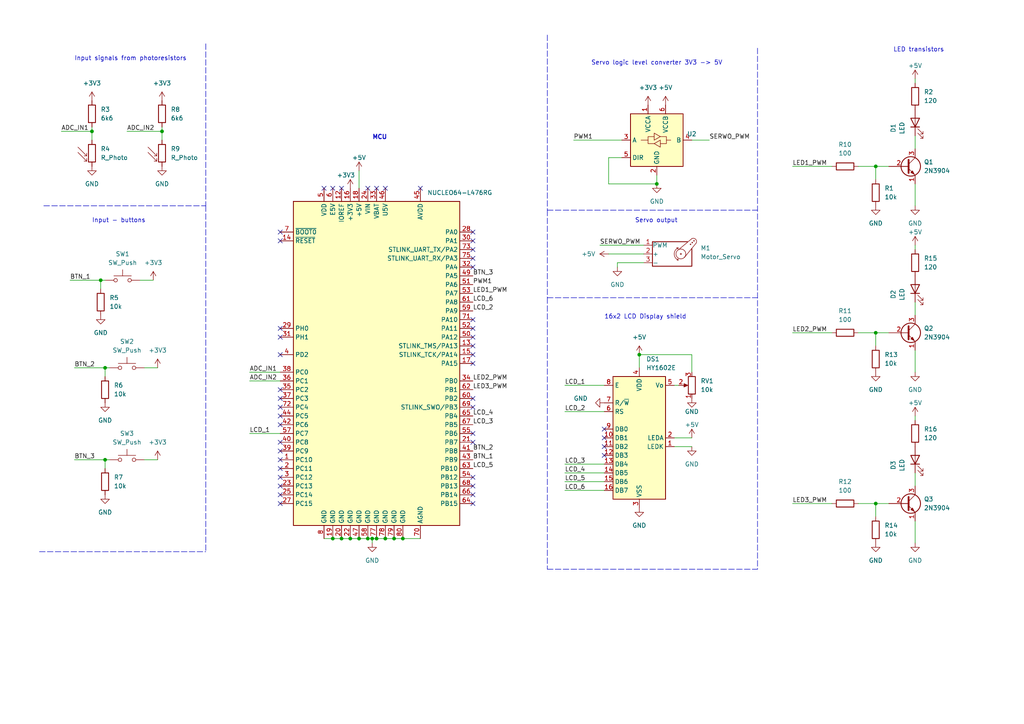
<source format=kicad_sch>
(kicad_sch (version 20211123) (generator eeschema)
  (paper "A4")
  (title_block (title "Light follower") (date "2022-02-06") (rev "A") (comment 1 "as on Nucleo STM32L476RG board") (comment 2 "All terminals flagged 'not connected' are connected, by default") (comment 4 "https://github.com/iwajski/SMlab-light-follower"))
  (lib_symbols
    (symbol "Device:LED" (pin_numbers hide) (pin_names (offset 1.016) hide)
      (property "Reference" "D" (at 0 2.54 0))
      (property "Value" "LED" (at 0 -2.54 0))
      (symbol "LED_0_1"
        (polyline (pts (xy -1.27 -1.27) (xy -1.27 1.27)) (stroke (width 0.254)))
        (polyline (pts (xy -1.27 0) (xy 1.27 0)))
        (polyline (pts (xy 1.27 -1.27) (xy 1.27 1.27) (xy -1.27 0) (xy 1.27 -1.27)) (stroke (width 0.254)))
        (polyline (pts (xy -3.048 -0.762) (xy -4.572 -2.286) (xy -3.81 -2.286) (xy -4.572 -2.286) (xy -4.572 -1.524)))
        (polyline (pts (xy -1.778 -0.762) (xy -3.302 -2.286) (xy -2.54 -2.286) (xy -3.302 -2.286) (xy -3.302 -1.524)))
      )
      (symbol "LED_1_1"
        (pin passive line (at -3.81 0 0) (length 2.54) (name "K") (number "1"))
        (pin passive line (at 3.81 0 180) (length 2.54) (name "A") (number "2"))
      )
    )
    (symbol "Device:R" (pin_numbers hide) (pin_names (offset 0))
      (property "Reference" "R" (at 2.032 0 90))
      (property "Value" "R" (at 0 0 90))
      (symbol "R_0_1"
        (rectangle (start -1.016 -2.54) (end 1.016 2.54) (stroke (width 0.254)))
      )
      (symbol "R_1_1"
        (pin passive line (at 0 3.81 270) (length 1.27) (name "~") (number "1"))
        (pin passive line (at 0 -3.81 90) (length 1.27) (name "~") (number "2"))
      )
    )
    (symbol "Device:R_Photo" (pin_numbers hide) (pin_names (offset 0))
      (property "Reference" "R" (at 1.27 1.27 0))
      (property "Value" "R_Photo" (at 1.27 0 0))
      (symbol "R_Photo_0_1"
        (rectangle (start -1.016 2.54) (end 1.016 -2.54) (stroke (width 0.254)))
        (polyline (pts (xy -1.524 -2.286) (xy -4.064 0.254)))
        (polyline (pts (xy -1.524 -2.286) (xy -2.286 -2.286)))
        (polyline (pts (xy -1.524 -2.286) (xy -1.524 -1.524)))
        (polyline (pts (xy -1.524 -0.762) (xy -4.064 1.778)))
        (polyline (pts (xy -1.524 -0.762) (xy -2.286 -0.762)))
        (polyline (pts (xy -1.524 -0.762) (xy -1.524 0)))
      )
      (symbol "R_Photo_1_1"
        (pin passive line (at 0 3.81 270) (length 1.27) (name "~") (number "1"))
        (pin passive line (at 0 -3.81 90) (length 1.27) (name "~") (number "2"))
      )
    )
    (symbol "Device:R_Potentiometer" (pin_names (offset 1.016) hide)
      (property "Reference" "RV" (at -4.445 0 90))
      (property "Value" "R_Potentiometer" (at -2.54 0 90))
      (symbol "R_Potentiometer_0_1"
        (polyline (pts (xy 2.54 0) (xy 1.524 0)))
        (polyline (pts (xy 1.143 0) (xy 2.286 0.508) (xy 2.286 -0.508) (xy 1.143 0)) (fill (type outline)))
        (rectangle (start 1.016 2.54) (end -1.016 -2.54) (stroke (width 0.254)))
      )
      (symbol "R_Potentiometer_1_1"
        (pin passive line (at 0 3.81 270) (length 1.27) (name "1") (number "1"))
        (pin passive line (at 3.81 0 180) (length 1.27) (name "2") (number "2"))
        (pin passive line (at 0 -3.81 90) (length 1.27) (name "3") (number "3"))
      )
    )
    (symbol "Display_Character:HY1602E"
      (property "Reference" "DS" (at -6.096 19.05 0))
      (property "Value" "HY1602E" (at 5.08 19.05 0))
      (symbol "HY1602E_0_1"
        (rectangle (start -7.62 17.78) (end 7.62 -17.78) (stroke (width 0.254)) (fill (type background)))
      )
      (symbol "HY1602E_1_1"
        (pin passive line (at 10.16 -2.54 180) (length 2.54) (name "LEDK") (number "1"))
        (pin bidirectional line (at -10.16 0 0) (length 2.54) (name "DB1") (number "10"))
        (pin bidirectional line (at -10.16 -2.54 0) (length 2.54) (name "DB2") (number "11"))
        (pin bidirectional line (at -10.16 -5.08 0) (length 2.54) (name "DB3") (number "12"))
        (pin bidirectional line (at -10.16 -7.62 0) (length 2.54) (name "DB4") (number "13"))
        (pin bidirectional line (at -10.16 -10.16 0) (length 2.54) (name "DB5") (number "14"))
        (pin bidirectional line (at -10.16 -12.7 0) (length 2.54) (name "DB6") (number "15"))
        (pin bidirectional line (at -10.16 -15.24 0) (length 2.54) (name "DB7") (number "16"))
        (pin passive line (at 10.16 0 180) (length 2.54) (name "LEDA") (number "2"))
        (pin power_in line (at 0 -20.32 90) (length 2.54) (name "VSS") (number "3"))
        (pin power_in line (at 0 20.32 270) (length 2.54) (name "VDD") (number "4"))
        (pin input line (at 10.16 15.24 180) (length 2.54) (name "Vo") (number "5"))
        (pin input line (at -10.16 7.62 0) (length 2.54) (name "RS") (number "6"))
        (pin input line (at -10.16 10.16 0) (length 2.54) (name "R/~{W}") (number "7"))
        (pin input line (at -10.16 15.24 0) (length 2.54) (name "E") (number "8"))
        (pin bidirectional line (at -10.16 2.54 0) (length 2.54) (name "DB0") (number "9"))
      )
    )
    (symbol "Logic_LevelTranslator:SN74LVC1T45DBV"
      (property "Reference" "U" (at -6.35 8.89 0))
      (property "Value" "SN74LVC1T45DBV" (at 3.81 8.89 0))
      (symbol "SN74LVC1T45DBV_0_1"
        (rectangle (start -7.62 7.62) (end 7.62 -7.62) (stroke (width 0.254)) (fill (type background)))
        (polyline (pts (xy -2.54 0) (xy -2.54 1.016) (xy -0.762 1.016)))
        (polyline (pts (xy 2.794 0) (xy 2.794 -1.016) (xy 1.016 -1.016)))
        (polyline (pts (xy -0.762 -1.016) (xy -2.54 -1.016) (xy -2.54 0) (xy -4.572 0)))
        (polyline (pts (xy -0.762 0) (xy -0.762 2.032) (xy 1.016 1.016) (xy -0.762 0)))
        (polyline (pts (xy 1.016 1.016) (xy 2.794 1.016) (xy 2.794 0) (xy 4.064 0)))
        (polyline (pts (xy 1.016 0) (xy 1.016 -1.778) (xy 1.016 -2.032) (xy -0.762 -1.016) (xy 1.016 0)))
      )
      (symbol "SN74LVC1T45DBV_1_1"
        (pin power_in line (at -2.54 10.16 270) (length 2.54) (name "VCCA") (number "1"))
        (pin power_in line (at 0 -10.16 90) (length 2.54) (name "GND") (number "2"))
        (pin bidirectional line (at -10.16 0 0) (length 2.54) (name "A") (number "3"))
        (pin bidirectional line (at 10.16 0 180) (length 2.54) (name "B") (number "4"))
        (pin input line (at -10.16 -5.08 0) (length 2.54) (name "DIR") (number "5"))
        (pin power_in line (at 2.54 10.16 270) (length 2.54) (name "VCCB") (number "6"))
      )
    )
    (symbol "MCU_Module:NUCLEO64-F411RE"
      (property "Reference" "U" (at -17.78 50.165 0))
      (property "Value" "NUCLEO64-F411RE" (at -17.78 48.26 0))
      (symbol "NUCLEO64-F411RE_0_1"
        (rectangle (start -24.13 -46.99) (end 24.13 46.99) (stroke (width 0.254)) (fill (type background)))
      )
      (symbol "NUCLEO64-F411RE_1_1"
        (pin bidirectional line (at -27.94 -27.94 0) (length 3.81) (name "PC10") (number "1"))
        (pin no_connect line (at -27.94 20.32 0) (length 3.81) hide (name "NC") (number "10"))
        (pin no_connect line (at -27.94 15.24 0) (length 3.81) hide (name "NC") (number "11"))
        (pin power_in line (at -10.16 50.8 270) (length 3.81) (name "IOREF") (number "12"))
        (pin bidirectional line (at 27.94 5.08 180) (length 3.81) (name "STLINK_TMS/PA13") (number "13"))
        (pin input line (at -27.94 35.56 0) (length 3.81) (name "~{RESET}") (number "14"))
        (pin bidirectional line (at 27.94 2.54 180) (length 3.81) (name "STLINK_TCK/PA14") (number "15"))
        (pin power_in line (at -7.62 50.8 270) (length 3.81) (name "+3V3") (number "16"))
        (pin bidirectional line (at 27.94 0 180) (length 3.81) (name "PA15") (number "17"))
        (pin power_in line (at -5.08 50.8 270) (length 3.81) (name "+5V") (number "18"))
        (pin power_in line (at -12.7 -50.8 90) (length 3.81) (name "GND") (number "19"))
        (pin bidirectional line (at -27.94 -30.48 0) (length 3.81) (name "PC11") (number "2"))
        (pin power_in line (at -10.16 -50.8 90) (length 3.81) (name "GND") (number "20"))
        (pin bidirectional line (at 27.94 -22.86 180) (length 3.81) (name "PB7") (number "21"))
        (pin power_in line (at -7.62 -50.8 90) (length 3.81) (name "GND") (number "22"))
        (pin bidirectional line (at -27.94 -35.56 0) (length 3.81) (name "PC13") (number "23"))
        (pin power_in line (at -2.54 50.8 270) (length 3.81) (name "VIN") (number "24"))
        (pin bidirectional line (at -27.94 -38.1 0) (length 3.81) (name "PC14") (number "25"))
        (pin no_connect line (at -27.94 22.86 0) (length 3.81) hide (name "NC") (number "26"))
        (pin bidirectional line (at -27.94 -40.64 0) (length 3.81) (name "PC15") (number "27"))
        (pin bidirectional line (at 27.94 38.1 180) (length 3.81) (name "PA0") (number "28"))
        (pin bidirectional line (at -27.94 10.16 0) (length 3.81) (name "PH0") (number "29"))
        (pin bidirectional line (at -27.94 -33.02 0) (length 3.81) (name "PC12") (number "3"))
        (pin bidirectional line (at 27.94 35.56 180) (length 3.81) (name "PA1") (number "30"))
        (pin bidirectional line (at -27.94 7.62 0) (length 3.81) (name "PH1") (number "31"))
        (pin bidirectional line (at 27.94 27.94 180) (length 3.81) (name "PA4") (number "32"))
        (pin power_in line (at 0 50.8 270) (length 3.81) (name "VBAT") (number "33"))
        (pin bidirectional line (at 27.94 -5.08 180) (length 3.81) (name "PB0") (number "34"))
        (pin bidirectional line (at -27.94 -7.62 0) (length 3.81) (name "PC2") (number "35"))
        (pin bidirectional line (at -27.94 -5.08 0) (length 3.81) (name "PC1") (number "36"))
        (pin bidirectional line (at -27.94 -10.16 0) (length 3.81) (name "PC3") (number "37"))
        (pin bidirectional line (at -27.94 -2.54 0) (length 3.81) (name "PC0") (number "38"))
        (pin bidirectional line (at -27.94 -25.4 0) (length 3.81) (name "PC9") (number "39"))
        (pin bidirectional line (at -27.94 2.54 0) (length 3.81) (name "PD2") (number "4"))
        (pin bidirectional line (at -27.94 -22.86 0) (length 3.81) (name "PC8") (number "40"))
        (pin bidirectional line (at 27.94 -25.4 180) (length 3.81) (name "PB8") (number "41"))
        (pin bidirectional line (at -27.94 -17.78 0) (length 3.81) (name "PC6") (number "42"))
        (pin bidirectional line (at 27.94 -27.94 180) (length 3.81) (name "PB9") (number "43"))
        (pin bidirectional line (at -27.94 -15.24 0) (length 3.81) (name "PC5") (number "44"))
        (pin power_in line (at 12.7 50.8 270) (length 3.81) (name "AVDD") (number "45"))
        (pin power_in line (at 2.54 50.8 270) (length 3.81) (name "U5V") (number "46"))
        (pin power_in line (at -5.08 -50.8 90) (length 3.81) (name "GND") (number "47"))
        (pin no_connect line (at -27.94 25.4 0) (length 3.81) hide (name "NC") (number "48"))
        (pin bidirectional line (at 27.94 25.4 180) (length 3.81) (name "PA5") (number "49"))
        (pin power_in line (at -15.24 50.8 270) (length 3.81) (name "VDD") (number "5"))
        (pin bidirectional line (at 27.94 7.62 180) (length 3.81) (name "PA12") (number "50"))
        (pin bidirectional line (at 27.94 22.86 180) (length 3.81) (name "PA6") (number "51"))
        (pin bidirectional line (at 27.94 10.16 180) (length 3.81) (name "PA11") (number "52"))
        (pin bidirectional line (at 27.94 20.32 180) (length 3.81) (name "PA7") (number "53"))
        (pin bidirectional line (at 27.94 -33.02 180) (length 3.81) (name "PB12") (number "54"))
        (pin bidirectional line (at 27.94 -20.32 180) (length 3.81) (name "PB6") (number "55"))
        (pin no_connect line (at -27.94 33.02 0) (length 3.81) hide (name "NC") (number "56"))
        (pin bidirectional line (at -27.94 -20.32 0) (length 3.81) (name "PC7") (number "57"))
        (pin power_in line (at -2.54 -50.8 90) (length 3.81) (name "GND") (number "58"))
        (pin bidirectional line (at 27.94 15.24 180) (length 3.81) (name "PA9") (number "59"))
        (pin power_in line (at -12.7 50.8 270) (length 3.81) (name "E5V") (number "6"))
        (pin bidirectional line (at 27.94 -10.16 180) (length 3.81) (name "PB2") (number "60"))
        (pin bidirectional line (at 27.94 17.78 180) (length 3.81) (name "PA8") (number "61"))
        (pin bidirectional line (at 27.94 -7.62 180) (length 3.81) (name "PB1") (number "62"))
        (pin bidirectional line (at 27.94 -30.48 180) (length 3.81) (name "PB10") (number "63"))
        (pin bidirectional line (at 27.94 -40.64 180) (length 3.81) (name "PB15") (number "64"))
        (pin bidirectional line (at 27.94 -15.24 180) (length 3.81) (name "PB4") (number "65"))
        (pin bidirectional line (at 27.94 -38.1 180) (length 3.81) (name "PB14") (number "66"))
        (pin bidirectional line (at 27.94 -17.78 180) (length 3.81) (name "PB5") (number "67"))
        (pin bidirectional line (at 27.94 -35.56 180) (length 3.81) (name "PB13") (number "68"))
        (pin bidirectional line (at 27.94 -12.7 180) (length 3.81) (name "STLINK_SWO/PB3") (number "69"))
        (pin input line (at -27.94 38.1 0) (length 3.81) (name "~{BOOT0}") (number "7"))
        (pin power_in line (at 12.7 -50.8 90) (length 3.81) (name "AGND") (number "70"))
        (pin bidirectional line (at 27.94 12.7 180) (length 3.81) (name "PA10") (number "71"))
        (pin bidirectional line (at -27.94 -12.7 0) (length 3.81) (name "PC4") (number "72"))
        (pin bidirectional line (at 27.94 33.02 180) (length 3.81) (name "STLINK_UART_TX/PA2") (number "73"))
        (pin no_connect line (at -27.94 30.48 0) (length 3.81) hide (name "NC") (number "74"))
        (pin bidirectional line (at 27.94 30.48 180) (length 3.81) (name "STLINK_UART_RX/PA3") (number "75"))
        (pin no_connect line (at -27.94 27.94 0) (length 3.81) hide (name "NC") (number "76"))
        (pin power_in line (at 0 -50.8 90) (length 3.81) (name "GND") (number "77"))
        (pin power_in line (at 2.54 -50.8 90) (length 3.81) (name "GND") (number "78"))
        (pin power_in line (at 5.08 -50.8 90) (length 3.81) (name "GND") (number "79"))
        (pin power_in line (at -15.24 -50.8 90) (length 3.81) (name "GND") (number "8"))
        (pin power_in line (at 7.62 -50.8 90) (length 3.81) (name "GND") (number "80"))
        (pin no_connect line (at -27.94 17.78 0) (length 3.81) hide (name "NC") (number "9"))
      )
    )
    (symbol "Motor:Motor_Servo" (pin_names (offset 0.0254))
      (property "Reference" "M" (at -5.08 4.445 0))
      (property "Value" "Motor_Servo" (at -5.08 -4.064 0))
      (symbol "Motor_Servo_0_1"
        (polyline (pts (xy 2.413 -1.778) (xy 2.032 -1.778)))
        (polyline (pts (xy 2.413 -1.778) (xy 2.286 -1.397)))
        (polyline (pts (xy 2.413 1.778) (xy 1.905 1.778)))
        (polyline (pts (xy 2.413 1.778) (xy 2.286 1.397)))
        (polyline (pts (xy 6.35 4.445) (xy 2.54 1.27)))
        (polyline (pts (xy 7.62 3.175) (xy 4.191 -1.016)))
        (polyline (pts (xy 5.08 3.556) (xy -5.08 3.556) (xy -5.08 -3.556) (xy 6.35 -3.556) (xy 6.35 1.524)) (stroke (width 0.254)))
        (arc (start 2.413 1.778) (mid 1.2406 0) (end 2.413 -1.778))
        (circle (center 3.175 0) (radius 0.1778))
        (circle (center 3.175 0) (radius 1.4224))
        (circle (center 5.969 2.794) (radius 0.127))
        (circle (center 6.477 3.302) (radius 0.127))
        (circle (center 6.985 3.81) (radius 0.127))
        (arc (start 7.62 3.175) (mid 7.4485 4.2735) (end 6.35 4.445))
      )
      (symbol "Motor_Servo_1_1"
        (pin passive line (at -7.62 2.54 0) (length 2.54) (name "PWM") (number "1"))
        (pin passive line (at -7.62 0 0) (length 2.54) (name "+") (number "2"))
        (pin passive line (at -7.62 -2.54 0) (length 2.54) (name "-") (number "3"))
      )
    )
    (symbol "Switch:SW_Push" (pin_numbers hide) (pin_names (offset 1.016) hide)
      (property "Reference" "SW" (at 1.27 2.54 0))
      (property "Value" "SW_Push" (at 0 -1.524 0))
      (symbol "SW_Push_0_1"
        (circle (center -2.032 0) (radius 0.508))
        (polyline (pts (xy 0 1.27) (xy 0 3.048)))
        (polyline (pts (xy 2.54 1.27) (xy -2.54 1.27)))
        (circle (center 2.032 0) (radius 0.508))
        (pin passive line (at -5.08 0 0) (length 2.54) (name "1") (number "1"))
        (pin passive line (at 5.08 0 180) (length 2.54) (name "2") (number "2"))
      )
    )
    (symbol "Transistor_BJT:2N3904" (pin_names (offset 0) hide)
      (property "Reference" "Q" (at 5.08 1.905 0))
      (property "Value" "2N3904" (at 5.08 0 0))
      (symbol "2N3904_0_1"
        (polyline (pts (xy 0.635 0.635) (xy 2.54 2.54)))
        (polyline (pts (xy 0.635 -0.635) (xy 2.54 -2.54) (xy 2.54 -2.54)))
        (polyline (pts (xy 0.635 1.905) (xy 0.635 -1.905) (xy 0.635 -1.905)) (stroke (width 0.508)))
        (polyline (pts (xy 1.27 -1.778) (xy 1.778 -1.27) (xy 2.286 -2.286) (xy 1.27 -1.778) (xy 1.27 -1.778)) (fill (type outline)))
        (circle (center 1.27 0) (radius 2.8194) (stroke (width 0.254)))
      )
      (symbol "2N3904_1_1"
        (pin passive line (at 2.54 -5.08 90) (length 2.54) (name "E") (number "1"))
        (pin passive line (at -5.08 0 0) (length 5.715) (name "B") (number "2"))
        (pin passive line (at 2.54 5.08 270) (length 2.54) (name "C") (number "3"))
      )
    )
    (symbol "power:+3.3V" (power) (pin_names (offset 0))
      (property "Value" "+3.3V" (at 0 3.556 0))
      (symbol "+3.3V_0_1"
        (polyline (pts (xy -0.762 1.27) (xy 0 2.54)))
        (polyline (pts (xy 0 0) (xy 0 2.54)))
        (polyline (pts (xy 0 2.54) (xy 0.762 1.27)))
      )
      (symbol "+3.3V_1_1"
        (pin power_in line (at 0 0 90) (length 0) hide (name "+3V3") (number "1"))
      )
    )
    (symbol "power:+5V" (power) (pin_names (offset 0))
      (property "Value" "+5V" (at 0 3.556 0))
      (symbol "+5V_0_1"
        (polyline (pts (xy -0.762 1.27) (xy 0 2.54)))
        (polyline (pts (xy 0 0) (xy 0 2.54)))
        (polyline (pts (xy 0 2.54) (xy 0.762 1.27)))
      )
      (symbol "+5V_1_1"
        (pin power_in line (at 0 0 90) (length 0) hide (name "+5V") (number "1"))
      )
    )
    (symbol "power:GND" (power) (pin_names (offset 0))
      (property "Value" "GND" (at 0 -3.81 0))
      (symbol "GND_0_1"
        (polyline (pts (xy 0 0) (xy 0 -1.27) (xy 1.27 -1.27) (xy 0 -2.54) (xy -1.27 -1.27) (xy 0 -1.27)))
      )
      (symbol "GND_1_1"
        (pin power_in line (at 0 0 270) (length 0) hide (name "GND") (number "1"))
      )
    )
  )
  (junction (at 109.22 156.21))
  (junction (at 101.6 156.21))
  (junction (at 111.76 156.21))
  (junction (at 30.48 106.68))
  (junction (at 29.21 81.28))
  (junction (at 190.5 53.34))
  (junction (at 254 48.26))
  (junction (at 106.68 156.21))
  (junction (at 185.42 102.87))
  (junction (at 107.95 156.21))
  (junction (at 99.06 156.21))
  (junction (at 104.14 156.21))
  (junction (at 254 96.52))
  (junction (at 116.84 156.21))
  (junction (at 254 146.05))
  (junction (at 114.3 156.21))
  (junction (at 96.52 156.21))
  (junction (at 30.48 133.35))
  (junction (at 46.99 38.1))
  (junction (at 26.67 38.1))
  (no_connect (at 106.68 54.61))
  (no_connect (at 109.22 54.61))
  (no_connect (at 111.76 54.61))
  (no_connect (at 121.92 54.61))
  (no_connect (at 137.16 72.39))
  (no_connect (at 137.16 74.93))
  (no_connect (at 137.16 77.47))
  (no_connect (at 93.98 54.61))
  (no_connect (at 96.52 54.61))
  (no_connect (at 99.06 54.61))
  (no_connect (at 81.28 113.03))
  (no_connect (at 81.28 115.57))
  (no_connect (at 81.28 95.25))
  (no_connect (at 81.28 97.79))
  (no_connect (at 81.28 102.87))
  (no_connect (at 81.28 67.31))
  (no_connect (at 81.28 69.85))
  (no_connect (at 175.26 127))
  (no_connect (at 175.26 132.08))
  (no_connect (at 175.26 124.46))
  (no_connect (at 175.26 129.54))
  (no_connect (at 137.16 138.43))
  (no_connect (at 137.16 140.97))
  (no_connect (at 137.16 143.51))
  (no_connect (at 137.16 146.05))
  (no_connect (at 137.16 125.73))
  (no_connect (at 137.16 128.27))
  (no_connect (at 137.16 115.57))
  (no_connect (at 137.16 118.11))
  (no_connect (at 81.28 118.11))
  (no_connect (at 81.28 120.65))
  (no_connect (at 81.28 123.19))
  (no_connect (at 81.28 128.27))
  (no_connect (at 81.28 130.81))
  (no_connect (at 81.28 133.35))
  (no_connect (at 81.28 135.89))
  (no_connect (at 81.28 138.43))
  (no_connect (at 81.28 140.97))
  (no_connect (at 81.28 143.51))
  (no_connect (at 81.28 146.05))
  (no_connect (at 137.16 92.71))
  (no_connect (at 137.16 95.25))
  (no_connect (at 137.16 97.79))
  (no_connect (at 137.16 100.33))
  (no_connect (at 137.16 102.87))
  (no_connect (at 137.16 105.41))
  (no_connect (at 137.16 67.31))
  (no_connect (at 137.16 69.85))
  (wire (pts (xy 41.91 133.35) (xy 45.72 133.35)))
  (wire (pts (xy 254 96.52) (xy 257.81 96.52)))
  (wire (pts (xy 200.66 102.87) (xy 185.42 102.87)))
  (wire (pts (xy 254 96.52) (xy 254 100.33)))
  (wire (pts (xy 265.43 101.6) (xy 265.43 107.95)))
  (wire (pts (xy 176.53 45.72) (xy 180.34 45.72)))
  (wire (pts (xy 163.83 134.62) (xy 175.26 134.62)))
  (wire (pts (xy 248.92 96.52) (xy 254 96.52)))
  (wire (pts (xy 30.48 133.35) (xy 30.48 135.89)))
  (wire (pts (xy 248.92 48.26) (xy 254 48.26)))
  (polyline (pts (xy 219.71 13.97) (xy 219.71 165.1)))
  (polyline (pts (xy 158.75 60.96) (xy 158.75 86.36)))
  (wire (pts (xy 265.43 87.63) (xy 265.43 91.44)))
  (wire (pts (xy 248.92 146.05) (xy 254 146.05)))
  (wire (pts (xy 46.99 38.1) (xy 46.99 40.64)))
  (wire (pts (xy 195.58 127) (xy 200.66 127)))
  (wire (pts (xy 254 146.05) (xy 254 149.86)))
  (wire (pts (xy 265.43 22.86) (xy 265.43 24.13)))
  (wire (pts (xy 30.48 133.35) (xy 31.75 133.35)))
  (wire (pts (xy 30.48 106.68) (xy 31.75 106.68)))
  (polyline (pts (xy 158.75 10.16) (xy 158.75 60.96)))
  (wire (pts (xy 254 146.05) (xy 257.81 146.05)))
  (wire (pts (xy 21.59 106.68) (xy 30.48 106.68)))
  (wire (pts (xy 176.53 53.34) (xy 190.5 53.34)))
  (wire (pts (xy 40.64 81.28) (xy 44.45 81.28)))
  (polyline (pts (xy 158.75 86.36) (xy 158.75 165.1)))
  (wire (pts (xy 163.83 139.7) (xy 175.26 139.7)))
  (wire (pts (xy 186.69 76.2) (xy 179.07 76.2)))
  (wire (pts (xy 173.99 71.12) (xy 186.69 71.12)))
  (wire (pts (xy 176.53 45.72) (xy 176.53 53.34)))
  (wire (pts (xy 93.98 156.21) (xy 96.52 156.21)))
  (wire (pts (xy 265.43 53.34) (xy 265.43 59.69)))
  (wire (pts (xy 26.67 38.1) (xy 26.67 40.64)))
  (wire (pts (xy 20.32 81.28) (xy 29.21 81.28)))
  (wire (pts (xy 101.6 156.21) (xy 104.14 156.21)))
  (wire (pts (xy 106.68 156.21) (xy 107.95 156.21)))
  (wire (pts (xy 265.43 120.65) (xy 265.43 121.92)))
  (wire (pts (xy 265.43 39.37) (xy 265.43 43.18)))
  (polyline (pts (xy 158.75 165.1) (xy 219.71 165.1)))
  (wire (pts (xy 265.43 71.12) (xy 265.43 72.39)))
  (polyline (pts (xy 59.69 59.69) (xy 59.69 160.02)))
  (wire (pts (xy 229.87 146.05) (xy 241.3 146.05)))
  (polyline (pts (xy 59.69 12.7) (xy 59.69 59.69)))
  (wire (pts (xy 185.42 102.87) (xy 185.42 106.68)))
  (polyline (pts (xy 158.75 60.96) (xy 219.71 60.96)))
  (wire (pts (xy 30.48 106.68) (xy 30.48 109.22)))
  (wire (pts (xy 195.58 111.76) (xy 196.85 111.76)))
  (wire (pts (xy 104.14 156.21) (xy 106.68 156.21)))
  (wire (pts (xy 99.06 156.21) (xy 101.6 156.21)))
  (wire (pts (xy 200.66 40.64) (xy 205.74 40.64)))
  (wire (pts (xy 72.39 125.73) (xy 81.28 125.73)))
  (wire (pts (xy 163.83 142.24) (xy 175.26 142.24)))
  (wire (pts (xy 36.83 38.1) (xy 46.99 38.1)))
  (wire (pts (xy 41.91 106.68) (xy 45.72 106.68)))
  (wire (pts (xy 29.21 81.28) (xy 30.48 81.28)))
  (wire (pts (xy 265.43 137.16) (xy 265.43 140.97)))
  (wire (pts (xy 166.37 40.64) (xy 180.34 40.64)))
  (wire (pts (xy 104.14 49.53) (xy 104.14 54.61)))
  (wire (pts (xy 17.78 38.1) (xy 26.67 38.1)))
  (wire (pts (xy 116.84 156.21) (xy 121.92 156.21)))
  (wire (pts (xy 96.52 156.21) (xy 99.06 156.21)))
  (wire (pts (xy 254 48.26) (xy 257.81 48.26)))
  (wire (pts (xy 107.95 156.21) (xy 109.22 156.21)))
  (wire (pts (xy 195.58 129.54) (xy 200.66 129.54)))
  (wire (pts (xy 114.3 156.21) (xy 116.84 156.21)))
  (wire (pts (xy 265.43 151.13) (xy 265.43 157.48)))
  (polyline (pts (xy 12.7 59.69) (xy 59.69 59.69)))
  (wire (pts (xy 107.95 156.21) (xy 107.95 157.48)))
  (wire (pts (xy 179.07 76.2) (xy 179.07 77.47)))
  (wire (pts (xy 21.59 133.35) (xy 30.48 133.35)))
  (wire (pts (xy 163.83 137.16) (xy 175.26 137.16)))
  (wire (pts (xy 26.67 36.83) (xy 26.67 38.1)))
  (wire (pts (xy 229.87 96.52) (xy 241.3 96.52)))
  (wire (pts (xy 111.76 156.21) (xy 114.3 156.21)))
  (wire (pts (xy 176.53 73.66) (xy 186.69 73.66)))
  (wire (pts (xy 46.99 36.83) (xy 46.99 38.1)))
  (polyline (pts (xy 11.43 160.02) (xy 59.69 160.02)))
  (wire (pts (xy 163.83 119.38) (xy 175.26 119.38)))
  (wire (pts (xy 109.22 156.21) (xy 111.76 156.21)))
  (wire (pts (xy 29.21 81.28) (xy 29.21 83.82)))
  (wire (pts (xy 229.87 48.26) (xy 241.3 48.26)))
  (wire (pts (xy 200.66 107.95) (xy 200.66 102.87)))
  (polyline (pts (xy 158.75 86.36) (xy 219.71 86.36)))
  (wire (pts (xy 254 48.26) (xy 254 52.07)))
  (wire (pts (xy 163.83 111.76) (xy 175.26 111.76)))
  (wire (pts (xy 72.39 110.49) (xy 81.28 110.49)))
  (wire (pts (xy 72.39 107.95) (xy 81.28 107.95)))
  (wire (pts (xy 190.5 53.34) (xy 190.5 50.8)))
  (text "Servo output\n" (at 184.15 64.77 0) (effects (font (size 1.27 1.27)) (justify left bottom)))
  (text "16x2 LCD Display shield\n" (at 175.26 92.71 0) (effects (font (size 1.27 1.27)) (justify left bottom)))
  (text "MCU" (at 107.95 40.64 0) (effects (font (size 1.27 1.27) (thickness 0.254) bold) (justify left bottom)))
  (text "LED transistors\n" (at 259.08 15.24 0) (effects (font (size 1.27 1.27)) (justify left bottom)))
  (text "Input - buttons\n" (at 26.67 64.77 0) (effects (font (size 1.27 1.27)) (justify left bottom)))
  (text "Servo logic level converter 3V3 -> 5V\n" (at 171.45 19.05 0) (effects (font (size 1.27 1.27)) (justify left bottom)))
  (text "Input signals from photoresistors\n" (at 21.59 17.78 0) (effects (font (size 1.27 1.27)) (justify left bottom)))
  (label "BTN_1" (at 20.32 81.28 0))
  (label "LCD_3" (at 163.83 134.62 0))
  (label "LCD_5" (at 163.83 139.7 0))
  (label "LCD_4" (at 163.83 137.16 0))
  (label "LCD_1" (at 163.83 111.76 0))
  (label "BTN_3" (at 21.59 133.35 0))
  (label "SERWO_PWM" (at 173.99 71.12 0))
  (label "LED2_PWM" (at 137.16 110.49 0))
  (label "BTN_3" (at 137.16 80.01 0))
  (label "LCD_2" (at 137.16 90.17 0))
  (label "LCD_5" (at 137.16 135.89 0))
  (label "SERWO_PWM" (at 205.74 40.64 0))
  (label "BTN_2" (at 21.59 106.68 0))
  (label "LED2_PWM" (at 229.87 96.52 0))
  (label "ADC_IN2" (at 72.39 110.49 0))
  (label "PWM1" (at 137.16 82.55 0))
  (label "LED1_PWM" (at 137.16 85.09 0))
  (label "BTN_1" (at 137.16 133.35 0))
  (label "LCD_6" (at 163.83 142.24 0))
  (label "LED3_PWM" (at 137.16 113.03 0))
  (label "LED3_PWM" (at 229.87 146.05 0))
  (label "LED1_PWM" (at 229.87 48.26 0))
  (label "LCD_6" (at 137.16 87.63 0))
  (label "LCD_4" (at 137.16 120.65 0))
  (label "LCD_2" (at 163.83 119.38 0))
  (label "BTN_2" (at 137.16 130.81 0))
  (label "ADC_IN1" (at 17.78 38.1 0))
  (label "ADC_IN1" (at 72.39 107.95 0))
  (label "PWM1" (at 166.37 40.64 0))
  (label "LCD_3" (at 137.16 123.19 0))
  (label "ADC_IN2" (at 36.83 38.1 0))
  (label "LCD_1" (at 72.39 125.73 0))
  (symbol (lib_id "Device:R") (at 254 104.14 0) (unit 1)
    (property "Reference" "R13" (at 256.54 102.8699 0) (effects (justify left)))
    (property "Value" "10k" (at 256.54 105.4099 0) (effects (justify left)))
  )
  (symbol (lib_id "power:GND") (at 185.42 147.32 0) (unit 1)
    (property "Reference" "#PWR0107" (effects hide))
    (property "Value" "GND" (at 185.42 152.4 0))
  )
  (symbol (lib_id "power:GND") (at 265.43 107.95 0) (unit 1)
    (property "Reference" "#PWR019" (effects hide))
    (property "Value" "GND" (at 265.43 113.03 0))
  )
  (symbol (lib_id "Device:LED") (at 265.43 35.56 90) (unit 1)
    (property "Reference" "D1" (at 259.08 37.1475 0))
    (property "Value" "LED" (at 261.62 37.1475 0))
  )
  (symbol (lib_id "power:+5V") (at 185.42 102.87 0) (unit 1)
    (property "Reference" "#PWR0108" (effects hide))
    (property "Value" "+5V" (at 185.42 97.79 0))
  )
  (symbol (lib_id "power:+5V") (at 104.14 49.53 0) (unit 1)
    (property "Reference" "#PWR0102" (effects hide))
    (property "Value" "+5V" (at 104.14 45.72 0))
  )
  (symbol (lib_id "Device:R") (at 254 55.88 0) (unit 1)
    (property "Reference" "R1" (at 256.54 54.6099 0) (effects (justify left)))
    (property "Value" "10k" (at 256.54 57.1499 0) (effects (justify left)))
  )
  (symbol (lib_id "power:+3.3V") (at 101.6 54.61 0) (unit 1)
    (property "Reference" "#PWR0101" (effects hide))
    (property "Value" "+3.3V" (at 100.33 50.8 0))
  )
  (symbol (lib_id "power:GND") (at 200.66 129.54 0) (unit 1)
    (property "Reference" "#PWR0110" (effects hide))
    (property "Value" "GND" (at 200.66 134.62 0))
  )
  (symbol (lib_id "Device:R") (at 245.11 48.26 90) (unit 1)
    (property "Reference" "R10" (at 245.11 41.91 90))
    (property "Value" "100" (at 245.11 44.45 90))
  )
  (symbol (lib_id "Device:R") (at 265.43 125.73 0) (unit 1)
    (property "Reference" "R16" (at 267.97 124.4599 0) (effects (justify left)))
    (property "Value" "120" (at 267.97 126.9999 0) (effects (justify left)))
  )
  (symbol (lib_id "Transistor_BJT:2N3904") (at 262.89 146.05 0) (unit 1)
    (property "Reference" "Q3" (at 267.97 144.7799 0) (effects (justify left)))
    (property "Value" "2N3904" (at 267.97 147.3199 0) (effects (justify left)))
    (property "Footprint" "Package_TO_SOT_THT:TO-92_Inline" (effects hide))
    (property "Datasheet" "https://www.onsemi.com/pub/Collateral/2N3903-D.PDF" (effects hide))
  )
  (symbol (lib_id "Device:R") (at 46.99 33.02 0) (unit 1)
    (property "Reference" "R8" (at 49.53 31.7499 0) (effects (justify left)))
    (property "Value" "6k6" (at 49.53 34.2899 0) (effects (justify left)))
  )
  (symbol (lib_id "Switch:SW_Push") (at 36.83 133.35 0) (unit 1)
    (property "Reference" "SW3" (at 36.83 125.73 0))
    (property "Value" "SW_Push" (at 36.83 128.27 0))
  )
  (symbol (lib_id "power:GND") (at 30.48 143.51 0) (unit 1)
    (property "Reference" "#PWR05" (effects hide))
    (property "Value" "GND" (at 30.48 148.59 0))
  )
  (symbol (lib_id "power:+5V") (at 265.43 120.65 0) (unit 1)
    (property "Reference" "#PWR020" (effects hide))
    (property "Value" "+5V" (at 265.43 116.84 0))
  )
  (symbol (lib_id "power:GND") (at 200.66 115.57 0) (unit 1)
    (property "Reference" "#PWR0112" (effects hide))
    (property "Value" "GND" (at 200.66 119.38 0))
  )
  (symbol (lib_id "Device:R_Photo") (at 46.99 44.45 0) (unit 1)
    (property "Reference" "R9" (at 49.53 43.1799 0) (effects (justify left)))
    (property "Value" "R_Photo" (at 49.53 45.7199 0) (effects (justify left)))
  )
  (symbol (lib_id "power:GND") (at 265.43 157.48 0) (unit 1)
    (property "Reference" "#PWR021" (effects hide))
    (property "Value" "GND" (at 265.43 162.56 0))
  )
  (symbol (lib_id "Display_Character:HY1602E") (at 185.42 127 0) (unit 1)
    (property "Reference" "DS1" (at 187.4394 104.14 0) (effects (justify left)))
    (property "Value" "HY1602E" (at 187.4394 106.68 0) (effects (justify left)))
    (property "Footprint" "Display:HY1602E" (effects hide))
    (property "Datasheet" "http://www.icbank.com/data/ICBShop/board/HY1602E.pdf" (effects hide))
  )
  (symbol (lib_id "power:+3.3V") (at 187.96 30.48 0) (unit 1)
    (property "Reference" "#PWR013" (effects hide))
    (property "Value" "+3.3V" (at 187.96 25.4 0))
  )
  (symbol (lib_id "Switch:SW_Push") (at 35.56 81.28 0) (unit 1)
    (property "Reference" "SW1" (at 35.56 73.66 0))
    (property "Value" "SW_Push" (at 35.56 76.2 0))
  )
  (symbol (lib_id "Device:R_Photo") (at 26.67 44.45 0) (unit 1)
    (property "Reference" "R4" (at 29.21 43.1799 0) (effects (justify left)))
    (property "Value" "R_Photo" (at 29.21 45.7199 0) (effects (justify left)))
  )
  (symbol (lib_id "Device:LED") (at 265.43 83.82 90) (unit 1)
    (property "Reference" "D2" (at 259.08 85.4075 0))
    (property "Value" "LED" (at 261.62 85.4075 0))
  )
  (symbol (lib_id "power:+5V") (at 176.53 73.66 90) (unit 1)
    (property "Reference" "#PWR011" (effects hide))
    (property "Value" "+5V" (at 172.72 73.6599 90) (effects (justify left)))
  )
  (symbol (lib_id "Device:LED") (at 265.43 133.35 90) (unit 1)
    (property "Reference" "D3" (at 259.08 134.9375 0))
    (property "Value" "LED" (at 261.62 134.9375 0))
  )
  (symbol (lib_id "Switch:SW_Push") (at 36.83 106.68 0) (unit 1)
    (property "Reference" "SW2" (at 36.83 99.06 0))
    (property "Value" "SW_Push" (at 36.83 101.6 0))
  )
  (symbol (lib_id "power:+3.3V") (at 46.99 29.21 0) (unit 1)
    (property "Reference" "#PWR09" (effects hide))
    (property "Value" "+3.3V" (at 46.99 24.13 0))
  )
  (symbol (lib_id "Device:R") (at 26.67 33.02 0) (unit 1)
    (property "Reference" "R3" (at 29.21 31.7499 0) (effects (justify left)))
    (property "Value" "6k6" (at 29.21 34.2899 0) (effects (justify left)))
  )
  (symbol (lib_id "Device:R_Potentiometer") (at 200.66 111.76 180) (unit 1)
    (property "Reference" "RV1" (at 203.2 110.4899 0) (effects (justify right)))
    (property "Value" "10k" (at 203.2 113.0299 0) (effects (justify right)))
  )
  (symbol (lib_id "Transistor_BJT:2N3904") (at 262.89 48.26 0) (unit 1)
    (property "Reference" "Q1" (at 267.97 46.9899 0) (effects (justify left)))
    (property "Value" "2N3904" (at 267.97 49.5299 0) (effects (justify left)))
    (property "Footprint" "Package_TO_SOT_THT:TO-92_Inline" (effects hide))
    (property "Datasheet" "https://www.onsemi.com/pub/Collateral/2N3903-D.PDF" (effects hide))
  )
  (symbol (lib_id "Device:R") (at 254 153.67 0) (unit 1)
    (property "Reference" "R14" (at 256.54 152.3999 0) (effects (justify left)))
    (property "Value" "10k" (at 256.54 154.9399 0) (effects (justify left)))
  )
  (symbol (lib_id "power:+5V") (at 265.43 22.86 0) (unit 1)
    (property "Reference" "#PWR0104" (effects hide))
    (property "Value" "+5V" (at 265.43 19.05 0))
  )
  (symbol (lib_id "power:GND") (at 107.95 157.48 0) (unit 1)
    (property "Reference" "#PWR0103" (effects hide))
    (property "Value" "GND" (at 107.95 162.56 0))
  )
  (symbol (lib_id "power:GND") (at 30.48 116.84 0) (unit 1)
    (property "Reference" "#PWR04" (effects hide))
    (property "Value" "GND" (at 30.48 121.92 0))
  )
  (symbol (lib_id "power:+5V") (at 200.66 127 0) (unit 1)
    (property "Reference" "#PWR0111" (effects hide))
    (property "Value" "+5V" (at 200.66 123.19 0))
  )
  (symbol (lib_id "power:GND") (at 254 107.95 0) (unit 1)
    (property "Reference" "#PWR016" (effects hide))
    (property "Value" "GND" (at 254 113.03 0))
  )
  (symbol (lib_id "power:+5V") (at 193.04 30.48 0) (unit 1)
    (property "Reference" "#PWR015" (effects hide))
    (property "Value" "+5V" (at 193.04 25.4 0))
  )
  (symbol (lib_id "power:GND") (at 179.07 77.47 0) (unit 1)
    (property "Reference" "#PWR012" (effects hide))
    (property "Value" "GND" (at 179.07 82.55 0))
  )
  (symbol (lib_id "power:+3.3V") (at 44.45 81.28 0) (unit 1)
    (property "Reference" "#PWR06" (effects hide))
    (property "Value" "+3.3V" (at 44.45 76.2 0))
  )
  (symbol (lib_id "Motor:Motor_Servo") (at 194.31 73.66 0) (unit 1)
    (property "Reference" "M1" (at 203.2 71.9565 0) (effects (justify left)))
    (property "Value" "Motor_Servo" (at 203.2 74.4965 0) (effects (justify left)))
    (property "Datasheet" "http://forums.parallax.com/uploads/attachments/46831/74481.png" (effects hide))
  )
  (symbol (lib_id "Device:R") (at 30.48 113.03 0) (unit 1)
    (property "Reference" "R6" (at 33.02 111.7599 0) (effects (justify left)))
    (property "Value" "10k" (at 33.02 114.2999 0) (effects (justify left)))
  )
  (symbol (lib_id "power:+3.3V") (at 45.72 133.35 0) (unit 1)
    (property "Reference" "#PWR08" (effects hide))
    (property "Value" "+3.3V" (at 45.72 128.27 0))
  )
  (symbol (lib_id "Transistor_BJT:2N3904") (at 262.89 96.52 0) (unit 1)
    (property "Reference" "Q2" (at 267.97 95.2499 0) (effects (justify left)))
    (property "Value" "2N3904" (at 267.97 97.7899 0) (effects (justify left)))
    (property "Footprint" "Package_TO_SOT_THT:TO-92_Inline" (effects hide))
    (property "Datasheet" "https://www.onsemi.com/pub/Collateral/2N3903-D.PDF" (effects hide))
  )
  (symbol (lib_id "power:GND") (at 254 157.48 0) (unit 1)
    (property "Reference" "#PWR017" (effects hide))
    (property "Value" "GND" (at 254 162.56 0))
  )
  (symbol (lib_id "MCU_Module:NUCLEO64-F411RE") (at 109.22 105.41 0) (unit 1)
    (property "Reference" "U1" (effects hide))
    (property "Value" "NUCLEO64-L476RG" (at 123.9394 55.88 0) (effects (justify left)))
    (property "Footprint" "Module:ST_Morpho_Connector_144_STLink" (effects hide))
    (property "Datasheet" "http://www.st.com/st-web-ui/static/active/en/resource/technical/document/data_brief/DM00105918.pdf" (effects hide))
  )
  (symbol (lib_id "power:GND") (at 29.21 91.44 0) (unit 1)
    (property "Reference" "#PWR03" (effects hide))
    (property "Value" "GND" (at 29.21 96.52 0))
  )
  (symbol (lib_id "power:+3.3V") (at 45.72 106.68 0) (unit 1)
    (property "Reference" "#PWR07" (effects hide))
    (property "Value" "+3.3V" (at 45.72 101.6 0))
  )
  (symbol (lib_id "power:GND") (at 175.26 116.84 270) (unit 1)
    (property "Reference" "#PWR0109" (effects hide))
    (property "Value" "GND" (at 166.37 115.57 90) (effects (justify left)))
  )
  (symbol (lib_id "Device:R") (at 245.11 96.52 90) (unit 1)
    (property "Reference" "R11" (at 245.11 90.17 90))
    (property "Value" "100" (at 245.11 92.71 90))
  )
  (symbol (lib_id "power:GND") (at 265.43 59.69 0) (unit 1)
    (property "Reference" "#PWR0106" (effects hide))
    (property "Value" "GND" (at 265.43 64.77 0))
  )
  (symbol (lib_id "power:GND") (at 26.67 48.26 0) (unit 1)
    (property "Reference" "#PWR02" (effects hide))
    (property "Value" "GND" (at 26.67 53.34 0))
  )
  (symbol (lib_id "power:+3.3V") (at 26.67 29.21 0) (unit 1)
    (property "Reference" "#PWR01" (effects hide))
    (property "Value" "+3.3V" (at 26.67 24.13 0))
  )
  (symbol (lib_id "Device:R") (at 30.48 139.7 0) (unit 1)
    (property "Reference" "R7" (at 33.02 138.4299 0) (effects (justify left)))
    (property "Value" "10k" (at 33.02 140.9699 0) (effects (justify left)))
  )
  (symbol (lib_id "Device:R") (at 265.43 76.2 0) (unit 1)
    (property "Reference" "R15" (at 267.97 74.9299 0) (effects (justify left)))
    (property "Value" "120" (at 267.97 77.4699 0) (effects (justify left)))
  )
  (symbol (lib_id "Device:R") (at 29.21 87.63 0) (unit 1)
    (property "Reference" "R5" (at 31.75 86.3599 0) (effects (justify left)))
    (property "Value" "10k" (at 31.75 88.8999 0) (effects (justify left)))
  )
  (symbol (lib_id "power:GND") (at 254 59.69 0) (unit 1)
    (property "Reference" "#PWR0105" (effects hide))
    (property "Value" "GND" (at 254 64.77 0))
  )
  (symbol (lib_id "Device:R") (at 265.43 27.94 0) (unit 1)
    (property "Reference" "R2" (at 267.97 26.6699 0) (effects (justify left)))
    (property "Value" "120" (at 267.97 29.2099 0) (effects (justify left)))
  )
  (symbol (lib_id "power:GND") (at 46.99 48.26 0) (unit 1)
    (property "Reference" "#PWR010" (effects hide))
    (property "Value" "GND" (at 46.99 53.34 0))
  )
  (symbol (lib_id "power:+5V") (at 265.43 71.12 0) (unit 1)
    (property "Reference" "#PWR018" (effects hide))
    (property "Value" "+5V" (at 265.43 67.31 0))
  )
  (symbol (lib_id "power:GND") (at 190.5 53.34 0) (unit 1)
    (property "Reference" "#PWR014" (effects hide))
    (property "Value" "GND" (at 190.5 58.42 0))
  )
  (symbol (lib_id "Device:R") (at 245.11 146.05 90) (unit 1)
    (property "Reference" "R12" (at 245.11 139.7 90))
    (property "Value" "100" (at 245.11 142.24 90))
  )
  (symbol (lib_id "Logic_LevelTranslator:SN74LVC1T45DBV") (at 190.5 40.64 0) (unit 1)
    (property "Reference" "U2" (at 200.66 38.8493 0))
    (property "Value" "SN74LVC1T45DBV" (effects hide))
    (property "Footprint" "Package_TO_SOT_SMD:SOT-23-6" (effects hide))
    (property "Datasheet" "http://www.ti.com/lit/ds/symlink/sn74lvc1t45.pdf" (effects hide))
  )
)
</source>
